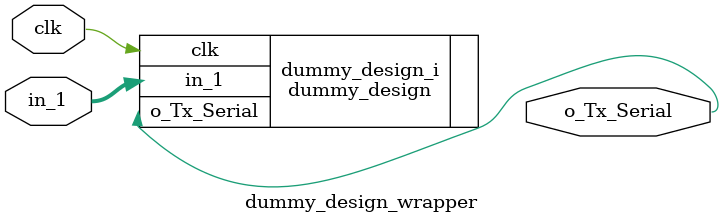
<source format=v>
`timescale 1 ps / 1 ps

module dummy_design_wrapper
   (clk,
    in_1,
    o_Tx_Serial);
  input clk;
  input [191:0]in_1;
  output o_Tx_Serial;

  wire clk;
  wire [191:0]in_1;
  wire o_Tx_Serial;

  dummy_design dummy_design_i
       (.clk(clk),
        .in_1(in_1),
        .o_Tx_Serial(o_Tx_Serial));
endmodule

</source>
